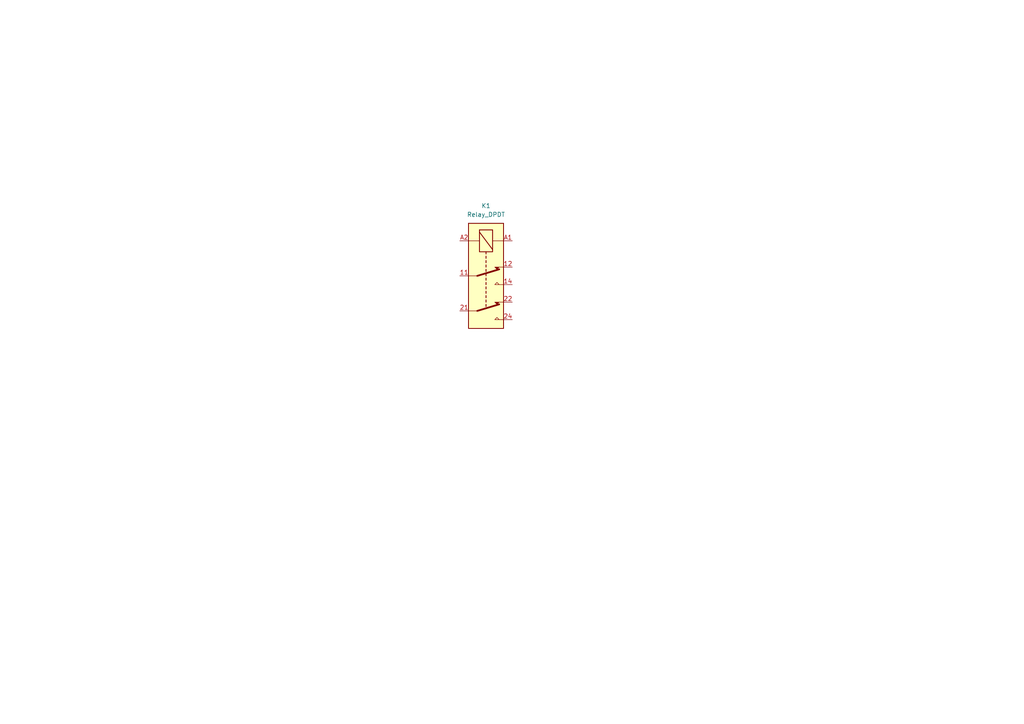
<source format=kicad_sch>
(kicad_sch (version 20250114) (generator "eeschema") (generator_version "9.0")
  (paper "A4")
  (lib_symbols
    (symbol "Relay:Relay_DPDT"
      (property "Reference" "K" (at 16.51 3.81 0))
      (property "Value" "Relay_DPDT" (at 16.51 1.27 0))
      (symbol "Relay_DPDT_0_1"
        (rectangle (start -15.24 5.08) (end 15.24 -5.08) (stroke (width 0.254)) (fill (type background)))
        (rectangle (start -13.335 1.905) (end -6.985 -1.905) (stroke (width 0.254)))
        (polyline (pts (xy -12.7 -1.905) (xy -7.62 1.905)) (stroke (width 0.254)))
        (polyline (pts (xy -10.16 5.08) (xy -10.16 1.905)))
        (polyline (pts (xy -10.16 -5.08) (xy -10.16 -1.905)))
        (polyline (pts (xy -6.985 0) (xy -6.35 0)) (stroke (width 0.254)))
        (polyline (pts (xy -5.715 0) (xy -5.08 0)) (stroke (width 0.254)))
        (polyline (pts (xy -4.445 0) (xy -3.81 0)) (stroke (width 0.254)))
        (polyline (pts (xy -3.175 0) (xy -2.54 0)) (stroke (width 0.254)))
        (polyline (pts (xy -2.54 5.08) (xy -2.54 2.54) (xy -1.905 3.175) (xy -2.54 3.81)) (fill (type outline)))
        (polyline (pts (xy -1.905 0) (xy -1.27 0)) (stroke (width 0.254)))
        (polyline (pts (xy -0.635 0) (xy 0 0)) (stroke (width 0.254)))
        (polyline (pts (xy 0 -2.54) (xy -1.905 3.81)) (stroke (width 0.508)))
        (polyline (pts (xy 0 -2.54) (xy 0 -5.08)))
        (polyline (pts (xy 0.635 0) (xy 1.27 0)) (stroke (width 0.254)))
        (polyline (pts (xy 1.905 0) (xy 2.54 0)) (stroke (width 0.254)))
        (polyline (pts (xy 2.54 5.08) (xy 2.54 2.54) (xy 1.905 3.175) (xy 2.54 3.81)))
        (polyline (pts (xy 3.175 0) (xy 3.81 0)) (stroke (width 0.254)))
        (polyline (pts (xy 4.445 0) (xy 5.08 0)) (stroke (width 0.254)))
        (polyline (pts (xy 5.715 0) (xy 6.35 0)) (stroke (width 0.254)))
        (polyline (pts (xy 6.985 0) (xy 7.62 0)) (stroke (width 0.254)))
        (polyline (pts (xy 7.62 5.08) (xy 7.62 2.54) (xy 8.255 3.175) (xy 7.62 3.81)) (fill (type outline)))
        (polyline (pts (xy 8.255 0) (xy 8.89 0)) (stroke (width 0.254)))
        (polyline (pts (xy 10.16 -2.54) (xy 8.255 3.81)) (stroke (width 0.508)))
        (polyline (pts (xy 10.16 -2.54) (xy 10.16 -5.08)))
        (polyline (pts (xy 12.7 5.08) (xy 12.7 2.54) (xy 12.065 3.175) (xy 12.7 3.81)))
      )
      (symbol "Relay_DPDT_1_1"
        (pin passive line (at -10.16 7.62 270) (length 2.54) (name "~") (number "A1"))
        (pin passive line (at -10.16 -7.62 90) (length 2.54) (name "~") (number "A2"))
        (pin passive line (at -2.54 7.62 270) (length 2.54) (name "~") (number "12"))
        (pin passive line (at 0 -7.62 90) (length 2.54) (name "~") (number "11"))
        (pin passive line (at 2.54 7.62 270) (length 2.54) (name "~") (number "14"))
        (pin passive line (at 7.62 7.62 270) (length 2.54) (name "~") (number "22"))
        (pin passive line (at 10.16 -7.62 90) (length 2.54) (name "~") (number "21"))
        (pin passive line (at 12.7 7.62 270) (length 2.54) (name "~") (number "24"))
      )
    )
  )
  (symbol (lib_id "Relay:Relay_DPDT") (at 140.97 80.01 270) (unit 1)
    (property "Reference" "K1" (at 140.97 59.69 90))
    (property "Value" "Relay_DPDT" (at 140.97 62.23 90))
    (property "Description" "Relay DPDT, monostable, EN50005" (effects (hide yes)))
  )
)
</source>
